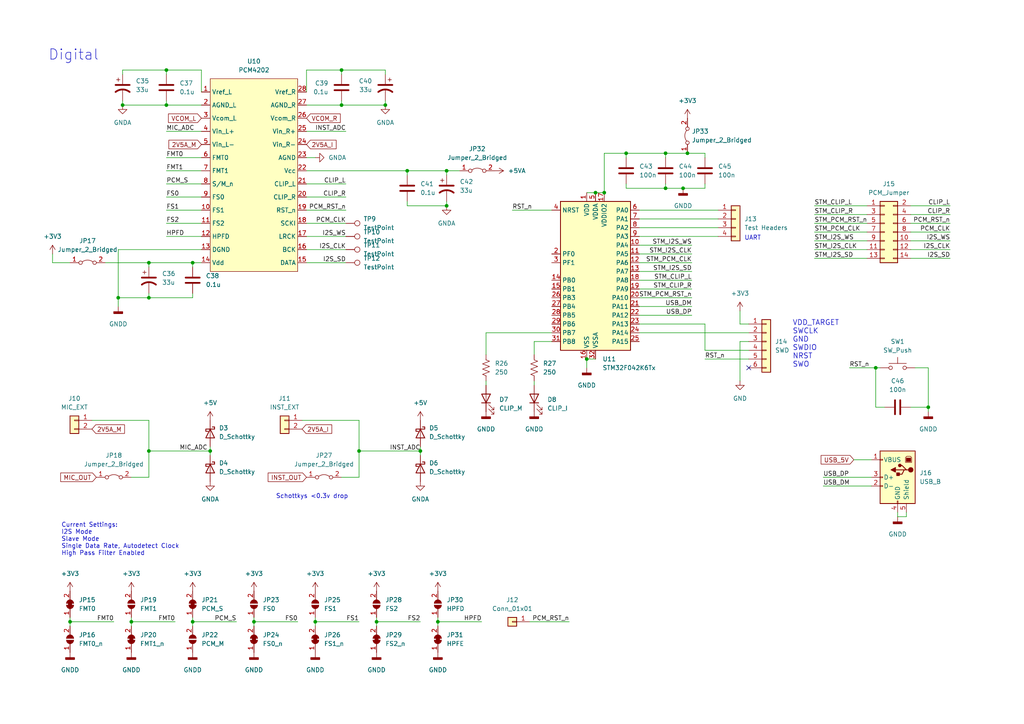
<source format=kicad_sch>
(kicad_sch (version 20211123) (generator eeschema)
  (paper "A4")
  (lib_symbols
    (symbol "Connector:TestPoint" (pin_numbers hide) (pin_names (offset 0.762) hide)
      (property "Reference" "TP" (at 0 6.858 0))
      (property "Value" "TestPoint" (at 0 5.08 0))
      (symbol "TestPoint_0_1"
        (circle (center 0 3.302) (radius 0.762))
      )
      (symbol "TestPoint_1_1"
        (pin passive line (at 0 0 90) (length 2.54) (name "1") (number "1"))
      )
    )
    (symbol "Connector:USB_B" (pin_names (offset 1.016))
      (property "Reference" "J" (at -5.08 11.43 0))
      (property "Value" "USB_B" (at -5.08 8.89 0))
      (symbol "USB_B_0_1"
        (rectangle (start -5.08 -7.62) (end 5.08 7.62) (stroke (width 0.254)) (fill (type background)))
        (circle (center -3.81 2.159) (radius 0.635) (stroke (width 0.254)) (fill (type outline)))
        (rectangle (start -3.81 5.588) (end -2.54 4.572) (fill (type outline)))
        (circle (center -0.635 3.429) (radius 0.381) (stroke (width 0.254)) (fill (type outline)))
        (rectangle (start -0.127 -7.62) (end 0.127 -6.858))
        (polyline (pts (xy -1.905 2.159) (xy 0.635 2.159)) (stroke (width 0.254)))
        (polyline (pts (xy -3.175 2.159) (xy -2.54 2.159) (xy -1.27 3.429) (xy -0.635 3.429)) (stroke (width 0.254)))
        (polyline (pts (xy -2.54 2.159) (xy -1.905 2.159) (xy -1.27 0.889) (xy 0 0.889)) (stroke (width 0.254)))
        (polyline (pts (xy 0.635 2.794) (xy 0.635 1.524) (xy 1.905 2.159) (xy 0.635 2.794)) (stroke (width 0.254)) (fill (type outline)))
        (polyline (pts (xy -4.064 4.318) (xy -2.286 4.318) (xy -2.286 5.715) (xy -2.667 6.096) (xy -3.683 6.096) (xy -4.064 5.715) (xy -4.064 4.318)))
        (rectangle (start 0.254 1.27) (end -0.508 0.508) (stroke (width 0.254)) (fill (type outline)))
        (rectangle (start 5.08 -2.667) (end 4.318 -2.413))
        (rectangle (start 5.08 -0.127) (end 4.318 0.127))
        (rectangle (start 5.08 4.953) (end 4.318 5.207))
      )
      (symbol "USB_B_1_1"
        (pin power_out line (at 7.62 5.08 180) (length 2.54) (name "VBUS") (number "1"))
        (pin bidirectional line (at 7.62 -2.54 180) (length 2.54) (name "D-") (number "2"))
        (pin bidirectional line (at 7.62 0 180) (length 2.54) (name "D+") (number "3"))
        (pin power_out line (at 0 -10.16 90) (length 2.54) (name "GND") (number "4"))
        (pin passive line (at -2.54 -10.16 90) (length 2.54) (name "Shield") (number "5"))
      )
    )
    (symbol "Connector_Generic:Conn_01x01" (pin_names (offset 1.016) hide)
      (property "Reference" "J" (at 0 2.54 0))
      (property "Value" "Conn_01x01" (at 0 -2.54 0))
      (symbol "Conn_01x01_1_1"
        (rectangle (start -1.27 0.127) (end 0 -0.127) (stroke (width 0.1524)))
        (rectangle (start -1.27 1.27) (end 1.27 -1.27) (stroke (width 0.254)) (fill (type background)))
        (pin passive line (at -5.08 0 0) (length 3.81) (name "Pin_1") (number "1"))
      )
    )
    (symbol "Connector_Generic:Conn_01x02" (pin_names (offset 1.016) hide)
      (property "Reference" "J" (at 0 2.54 0))
      (property "Value" "Conn_01x02" (at 0 -5.08 0))
      (symbol "Conn_01x02_1_1"
        (rectangle (start -1.27 -2.413) (end 0 -2.667) (stroke (width 0.1524)))
        (rectangle (start -1.27 0.127) (end 0 -0.127) (stroke (width 0.1524)))
        (rectangle (start -1.27 1.27) (end 1.27 -3.81) (stroke (width 0.254)) (fill (type background)))
        (pin passive line (at -5.08 0 0) (length 3.81) (name "Pin_1") (number "1"))
        (pin passive line (at -5.08 -2.54 0) (length 3.81) (name "Pin_2") (number "2"))
      )
    )
    (symbol "Connector_Generic:Conn_01x04" (pin_names (offset 1.016) hide)
      (property "Reference" "J" (at 0 5.08 0))
      (property "Value" "Conn_01x04" (at 0 -7.62 0))
      (symbol "Conn_01x04_1_1"
        (rectangle (start -1.27 -4.953) (end 0 -5.207) (stroke (width 0.1524)))
        (rectangle (start -1.27 -2.413) (end 0 -2.667) (stroke (width 0.1524)))
        (rectangle (start -1.27 0.127) (end 0 -0.127) (stroke (width 0.1524)))
        (rectangle (start -1.27 2.667) (end 0 2.413) (stroke (width 0.1524)))
        (rectangle (start -1.27 3.81) (end 1.27 -6.35) (stroke (width 0.254)) (fill (type background)))
        (pin passive line (at -5.08 2.54 0) (length 3.81) (name "Pin_1") (number "1"))
        (pin passive line (at -5.08 0 0) (length 3.81) (name "Pin_2") (number "2"))
        (pin passive line (at -5.08 -2.54 0) (length 3.81) (name "Pin_3") (number "3"))
        (pin passive line (at -5.08 -5.08 0) (length 3.81) (name "Pin_4") (number "4"))
      )
    )
    (symbol "Connector_Generic:Conn_01x06" (pin_names (offset 1.016) hide)
      (property "Reference" "J" (at 0 7.62 0))
      (property "Value" "Conn_01x06" (at 0 -10.16 0))
      (symbol "Conn_01x06_1_1"
        (rectangle (start -1.27 -7.493) (end 0 -7.747) (stroke (width 0.1524)))
        (rectangle (start -1.27 -4.953) (end 0 -5.207) (stroke (width 0.1524)))
        (rectangle (start -1.27 -2.413) (end 0 -2.667) (stroke (width 0.1524)))
        (rectangle (start -1.27 0.127) (end 0 -0.127) (stroke (width 0.1524)))
        (rectangle (start -1.27 2.667) (end 0 2.413) (stroke (width 0.1524)))
        (rectangle (start -1.27 5.207) (end 0 4.953) (stroke (width 0.1524)))
        (rectangle (start -1.27 6.35) (end 1.27 -8.89) (stroke (width 0.254)) (fill (type background)))
        (pin passive line (at -5.08 5.08 0) (length 3.81) (name "Pin_1") (number "1"))
        (pin passive line (at -5.08 2.54 0) (length 3.81) (name "Pin_2") (number "2"))
        (pin passive line (at -5.08 0 0) (length 3.81) (name "Pin_3") (number "3"))
        (pin passive line (at -5.08 -2.54 0) (length 3.81) (name "Pin_4") (number "4"))
        (pin passive line (at -5.08 -5.08 0) (length 3.81) (name "Pin_5") (number "5"))
        (pin passive line (at -5.08 -7.62 0) (length 3.81) (name "Pin_6") (number "6"))
      )
    )
    (symbol "Connector_Generic:Conn_02x07_Odd_Even" (pin_names (offset 1.016) hide)
      (property "Reference" "J" (at 1.27 10.16 0))
      (property "Value" "Conn_02x07_Odd_Even" (at 1.27 -10.16 0))
      (symbol "Conn_02x07_Odd_Even_1_1"
        (rectangle (start -1.27 -7.493) (end 0 -7.747) (stroke (width 0.1524)))
        (rectangle (start -1.27 -4.953) (end 0 -5.207) (stroke (width 0.1524)))
        (rectangle (start -1.27 -2.413) (end 0 -2.667) (stroke (width 0.1524)))
        (rectangle (start -1.27 0.127) (end 0 -0.127) (stroke (width 0.1524)))
        (rectangle (start -1.27 2.667) (end 0 2.413) (stroke (width 0.1524)))
        (rectangle (start -1.27 5.207) (end 0 4.953) (stroke (width 0.1524)))
        (rectangle (start -1.27 7.747) (end 0 7.493) (stroke (width 0.1524)))
        (rectangle (start -1.27 8.89) (end 3.81 -8.89) (stroke (width 0.254)) (fill (type background)))
        (rectangle (start 3.81 -7.493) (end 2.54 -7.747) (stroke (width 0.1524)))
        (rectangle (start 3.81 -4.953) (end 2.54 -5.207) (stroke (width 0.1524)))
        (rectangle (start 3.81 -2.413) (end 2.54 -2.667) (stroke (width 0.1524)))
        (rectangle (start 3.81 0.127) (end 2.54 -0.127) (stroke (width 0.1524)))
        (rectangle (start 3.81 2.667) (end 2.54 2.413) (stroke (width 0.1524)))
        (rectangle (start 3.81 5.207) (end 2.54 4.953) (stroke (width 0.1524)))
        (rectangle (start 3.81 7.747) (end 2.54 7.493) (stroke (width 0.1524)))
        (pin passive line (at -5.08 7.62 0) (length 3.81) (name "Pin_1") (number "1"))
        (pin passive line (at 7.62 -2.54 180) (length 3.81) (name "Pin_10") (number "10"))
        (pin passive line (at -5.08 -5.08 0) (length 3.81) (name "Pin_11") (number "11"))
        (pin passive line (at 7.62 -5.08 180) (length 3.81) (name "Pin_12") (number "12"))
        (pin passive line (at -5.08 -7.62 0) (length 3.81) (name "Pin_13") (number "13"))
        (pin passive line (at 7.62 -7.62 180) (length 3.81) (name "Pin_14") (number "14"))
        (pin passive line (at 7.62 7.62 180) (length 3.81) (name "Pin_2") (number "2"))
        (pin passive line (at -5.08 5.08 0) (length 3.81) (name "Pin_3") (number "3"))
        (pin passive line (at 7.62 5.08 180) (length 3.81) (name "Pin_4") (number "4"))
        (pin passive line (at -5.08 2.54 0) (length 3.81) (name "Pin_5") (number "5"))
        (pin passive line (at 7.62 2.54 180) (length 3.81) (name "Pin_6") (number "6"))
        (pin passive line (at -5.08 0 0) (length 3.81) (name "Pin_7") (number "7"))
        (pin passive line (at 7.62 0 180) (length 3.81) (name "Pin_8") (number "8"))
        (pin passive line (at -5.08 -2.54 0) (length 3.81) (name "Pin_9") (number "9"))
      )
    )
    (symbol "Customs:PCM4202"
      (property "Reference" "U" (at 0 0 0))
      (property "Value" "PCM4202" (at 0 -2.54 0))
      (symbol "PCM4202_0_1"
        (rectangle (start -12.7 25.4) (end 12.7 -30.48) (fill (type background)))
      )
      (symbol "PCM4202_1_1"
        (pin input line (at -15.24 21.59 0) (length 2.54) (name "Vref_L") (number "1"))
        (pin input line (at -15.24 -12.7 0) (length 2.54) (name "FS1") (number "10"))
        (pin input line (at -15.24 -16.51 0) (length 2.54) (name "FS2") (number "11"))
        (pin input line (at -15.24 -20.32 0) (length 2.54) (name "HPFD") (number "12"))
        (pin input line (at -15.24 -24.13 0) (length 2.54) (name "DGND") (number "13"))
        (pin input line (at -15.24 -27.94 0) (length 2.54) (name "Vdd") (number "14"))
        (pin input line (at 15.24 -27.94 180) (length 2.54) (name "DATA") (number "15"))
        (pin input line (at 15.24 -24.13 180) (length 2.54) (name "BCK") (number "16"))
        (pin input line (at 15.24 -20.32 180) (length 2.54) (name "LRCK") (number "17"))
        (pin input line (at 15.24 -16.51 180) (length 2.54) (name "SCKI") (number "18"))
        (pin input line (at 15.24 -12.7 180) (length 2.54) (name "RST_n") (number "19"))
        (pin input line (at -15.24 17.78 0) (length 2.54) (name "AGND_L") (number "2"))
        (pin input line (at 15.24 -8.89 180) (length 2.54) (name "CLIP_R") (number "20"))
        (pin input line (at 15.24 -5.08 180) (length 2.54) (name "CLIP_L") (number "21"))
        (pin input line (at 15.24 -1.27 180) (length 2.54) (name "Vcc") (number "22"))
        (pin input line (at 15.24 2.54 180) (length 2.54) (name "AGND") (number "23"))
        (pin input line (at 15.24 6.35 180) (length 2.54) (name "Vin_R-") (number "24"))
        (pin input line (at 15.24 10.16 180) (length 2.54) (name "Vin_R+") (number "25"))
        (pin input line (at 15.24 13.97 180) (length 2.54) (name "Vcom_R") (number "26"))
        (pin input line (at 15.24 17.78 180) (length 2.54) (name "AGND_R") (number "27"))
        (pin input line (at 15.24 21.59 180) (length 2.54) (name "Vref_R") (number "28"))
        (pin input line (at -15.24 13.97 0) (length 2.54) (name "Vcom_L") (number "3"))
        (pin input line (at -15.24 10.16 0) (length 2.54) (name "Vin_L+") (number "4"))
        (pin input line (at -15.24 6.35 0) (length 2.54) (name "Vin_L-") (number "5"))
        (pin input line (at -15.24 2.54 0) (length 2.54) (name "FMT0") (number "6"))
        (pin input line (at -15.24 -1.27 0) (length 2.54) (name "FMT1") (number "7"))
        (pin input line (at -15.24 -5.08 0) (length 2.54) (name "S/M_n") (number "8"))
        (pin input line (at -15.24 -8.89 0) (length 2.54) (name "FS0") (number "9"))
      )
    )
    (symbol "Device:C" (pin_numbers hide) (pin_names (offset 0.254))
      (property "Reference" "C" (at 0.635 2.54 0))
      (property "Value" "C" (at 0.635 -2.54 0))
      (symbol "C_0_1"
        (polyline (pts (xy -2.032 -0.762) (xy 2.032 -0.762)) (stroke (width 0.508)))
        (polyline (pts (xy -2.032 0.762) (xy 2.032 0.762)) (stroke (width 0.508)))
      )
      (symbol "C_1_1"
        (pin passive line (at 0 3.81 270) (length 2.794) (name "~") (number "1"))
        (pin passive line (at 0 -3.81 90) (length 2.794) (name "~") (number "2"))
      )
    )
    (symbol "Device:C_Polarized_US" (pin_numbers hide) (pin_names (offset 0.254) hide)
      (property "Reference" "C" (at 0.635 2.54 0))
      (property "Value" "C_Polarized_US" (at 0.635 -2.54 0))
      (symbol "C_Polarized_US_0_1"
        (polyline (pts (xy -2.032 0.762) (xy 2.032 0.762)) (stroke (width 0.508)))
        (polyline (pts (xy -1.778 2.286) (xy -0.762 2.286)))
        (polyline (pts (xy -1.27 1.778) (xy -1.27 2.794)))
        (arc (start 2.032 -1.27) (mid 0 -0.5572) (end -2.032 -1.27) (stroke (width 0.508)))
      )
      (symbol "C_Polarized_US_1_1"
        (pin passive line (at 0 3.81 270) (length 2.794) (name "~") (number "1"))
        (pin passive line (at 0 -3.81 90) (length 3.302) (name "~") (number "2"))
      )
    )
    (symbol "Device:D_Schottky" (pin_numbers hide) (pin_names (offset 1.016) hide)
      (property "Reference" "D" (at 0 2.54 0))
      (property "Value" "D_Schottky" (at 0 -2.54 0))
      (symbol "D_Schottky_0_1"
        (polyline (pts (xy 1.27 0) (xy -1.27 0)))
        (polyline (pts (xy 1.27 1.27) (xy 1.27 -1.27) (xy -1.27 0) (xy 1.27 1.27)) (stroke (width 0.254)))
        (polyline (pts (xy -1.905 0.635) (xy -1.905 1.27) (xy -1.27 1.27) (xy -1.27 -1.27) (xy -0.635 -1.27) (xy -0.635 -0.635)) (stroke (width 0.254)))
      )
      (symbol "D_Schottky_1_1"
        (pin passive line (at -3.81 0 0) (length 2.54) (name "K") (number "1"))
        (pin passive line (at 3.81 0 180) (length 2.54) (name "A") (number "2"))
      )
    )
    (symbol "Device:LED" (pin_numbers hide) (pin_names (offset 1.016) hide)
      (property "Reference" "D" (at 0 2.54 0))
      (property "Value" "LED" (at 0 -2.54 0))
      (symbol "LED_0_1"
        (polyline (pts (xy -1.27 -1.27) (xy -1.27 1.27)) (stroke (width 0.254)))
        (polyline (pts (xy -1.27 0) (xy 1.27 0)))
        (polyline (pts (xy 1.27 -1.27) (xy 1.27 1.27) (xy -1.27 0) (xy 1.27 -1.27)) (stroke (width 0.254)))
        (polyline (pts (xy -3.048 -0.762) (xy -4.572 -2.286) (xy -3.81 -2.286) (xy -4.572 -2.286) (xy -4.572 -1.524)))
        (polyline (pts (xy -1.778 -0.762) (xy -3.302 -2.286) (xy -2.54 -2.286) (xy -3.302 -2.286) (xy -3.302 -1.524)))
      )
      (symbol "LED_1_1"
        (pin passive line (at -3.81 0 0) (length 2.54) (name "K") (number "1"))
        (pin passive line (at 3.81 0 180) (length 2.54) (name "A") (number "2"))
      )
    )
    (symbol "Device:R_US" (pin_numbers hide) (pin_names (offset 0))
      (property "Reference" "R" (at 2.54 0 90))
      (property "Value" "R_US" (at -2.54 0 90))
      (symbol "R_US_0_1"
        (polyline (pts (xy 0 -2.286) (xy 0 -2.54)))
        (polyline (pts (xy 0 2.286) (xy 0 2.54)))
        (polyline (pts (xy 0 -0.762) (xy 1.016 -1.143) (xy 0 -1.524) (xy -1.016 -1.905) (xy 0 -2.286)))
        (polyline (pts (xy 0 0.762) (xy 1.016 0.381) (xy 0 0) (xy -1.016 -0.381) (xy 0 -0.762)))
        (polyline (pts (xy 0 2.286) (xy 1.016 1.905) (xy 0 1.524) (xy -1.016 1.143) (xy 0 0.762)))
      )
      (symbol "R_US_1_1"
        (pin passive line (at 0 3.81 270) (length 1.27) (name "~") (number "1"))
        (pin passive line (at 0 -3.81 90) (length 1.27) (name "~") (number "2"))
      )
    )
    (symbol "Jumper:Jumper_2_Bridged" (pin_names (offset 0) hide)
      (property "Reference" "JP" (at 0 1.905 0))
      (property "Value" "Jumper_2_Bridged" (at 0 -2.54 0))
      (symbol "Jumper_2_Bridged_0_0"
        (circle (center -2.032 0) (radius 0.508))
        (circle (center 2.032 0) (radius 0.508))
      )
      (symbol "Jumper_2_Bridged_0_1"
        (arc (start 1.524 0.254) (mid 0 0.762) (end -1.524 0.254))
      )
      (symbol "Jumper_2_Bridged_1_1"
        (pin passive line (at -5.08 0 0) (length 2.54) (name "A") (number "1"))
        (pin passive line (at 5.08 0 180) (length 2.54) (name "B") (number "2"))
      )
    )
    (symbol "Jumper:SolderJumper_2_Bridged" (pin_names (offset 0) hide)
      (property "Reference" "JP" (at 0 2.032 0))
      (property "Value" "SolderJumper_2_Bridged" (at 0 -2.54 0))
      (symbol "SolderJumper_2_Bridged_0_1"
        (rectangle (start -0.508 0.508) (end 0.508 -0.508) (fill (type outline)))
        (arc (start -0.254 1.016) (mid -1.27 0) (end -0.254 -1.016))
        (arc (start -0.254 1.016) (mid -1.27 0) (end -0.254 -1.016) (fill (type outline)))
        (polyline (pts (xy -0.254 1.016) (xy -0.254 -1.016)))
        (polyline (pts (xy 0.254 1.016) (xy 0.254 -1.016)))
        (arc (start 0.254 -1.016) (mid 1.27 0) (end 0.254 1.016))
        (arc (start 0.254 -1.016) (mid 1.27 0) (end 0.254 1.016) (fill (type outline)))
      )
      (symbol "SolderJumper_2_Bridged_1_1"
        (pin passive line (at -3.81 0 0) (length 2.54) (name "A") (number "1"))
        (pin passive line (at 3.81 0 180) (length 2.54) (name "B") (number "2"))
      )
    )
    (symbol "Jumper:SolderJumper_2_Open" (pin_names (offset 0) hide)
      (property "Reference" "JP" (at 0 2.032 0))
      (property "Value" "SolderJumper_2_Open" (at 0 -2.54 0))
      (symbol "SolderJumper_2_Open_0_1"
        (arc (start -0.254 1.016) (mid -1.27 0) (end -0.254 -1.016))
        (arc (start -0.254 1.016) (mid -1.27 0) (end -0.254 -1.016) (fill (type outline)))
        (polyline (pts (xy -0.254 1.016) (xy -0.254 -1.016)))
        (polyline (pts (xy 0.254 1.016) (xy 0.254 -1.016)))
        (arc (start 0.254 -1.016) (mid 1.27 0) (end 0.254 1.016))
        (arc (start 0.254 -1.016) (mid 1.27 0) (end 0.254 1.016) (fill (type outline)))
      )
      (symbol "SolderJumper_2_Open_1_1"
        (pin passive line (at -3.81 0 0) (length 2.54) (name "A") (number "1"))
        (pin passive line (at 3.81 0 180) (length 2.54) (name "B") (number "2"))
      )
    )
    (symbol "MCU_ST_STM32F0:STM32F042K6Tx"
      (property "Reference" "U" (at -10.16 21.59 0))
      (property "Value" "STM32F042K6Tx" (at 5.08 21.59 0))
      (symbol "STM32F042K6Tx_0_1"
        (rectangle (start -10.16 -22.86) (end 10.16 20.32) (stroke (width 0.254)) (fill (type background)))
      )
      (symbol "STM32F042K6Tx_1_1"
        (pin power_in line (at -2.54 22.86 270) (length 2.54) (name "VDD") (number "1"))
        (pin bidirectional line (at 12.7 7.62 180) (length 2.54) (name "PA4") (number "10"))
        (pin bidirectional line (at 12.7 5.08 180) (length 2.54) (name "PA5") (number "11"))
        (pin bidirectional line (at 12.7 2.54 180) (length 2.54) (name "PA6") (number "12"))
        (pin bidirectional line (at 12.7 0 180) (length 2.54) (name "PA7") (number "13"))
        (pin bidirectional line (at -12.7 -2.54 0) (length 2.54) (name "PB0") (number "14"))
        (pin bidirectional line (at -12.7 -5.08 0) (length 2.54) (name "PB1") (number "15"))
        (pin power_in line (at -2.54 -25.4 90) (length 2.54) (name "VSS") (number "16"))
        (pin power_in line (at 2.54 22.86 270) (length 2.54) (name "VDDIO2") (number "17"))
        (pin bidirectional line (at 12.7 -2.54 180) (length 2.54) (name "PA8") (number "18"))
        (pin bidirectional line (at 12.7 -5.08 180) (length 2.54) (name "PA9") (number "19"))
        (pin input line (at -12.7 5.08 0) (length 2.54) (name "PF0") (number "2"))
        (pin bidirectional line (at 12.7 -7.62 180) (length 2.54) (name "PA10") (number "20"))
        (pin bidirectional line (at 12.7 -10.16 180) (length 2.54) (name "PA11") (number "21"))
        (pin bidirectional line (at 12.7 -12.7 180) (length 2.54) (name "PA12") (number "22"))
        (pin bidirectional line (at 12.7 -15.24 180) (length 2.54) (name "PA13") (number "23"))
        (pin bidirectional line (at 12.7 -17.78 180) (length 2.54) (name "PA14") (number "24"))
        (pin bidirectional line (at 12.7 -20.32 180) (length 2.54) (name "PA15") (number "25"))
        (pin bidirectional line (at -12.7 -7.62 0) (length 2.54) (name "PB3") (number "26"))
        (pin bidirectional line (at -12.7 -10.16 0) (length 2.54) (name "PB4") (number "27"))
        (pin bidirectional line (at -12.7 -12.7 0) (length 2.54) (name "PB5") (number "28"))
        (pin bidirectional line (at -12.7 -15.24 0) (length 2.54) (name "PB6") (number "29"))
        (pin input line (at -12.7 2.54 0) (length 2.54) (name "PF1") (number "3"))
        (pin bidirectional line (at -12.7 -17.78 0) (length 2.54) (name "PB7") (number "30"))
        (pin bidirectional line (at -12.7 -20.32 0) (length 2.54) (name "PB8") (number "31"))
        (pin power_in line (at 0 -25.4 90) (length 2.54) (name "VSSA") (number "32"))
        (pin input line (at -12.7 17.78 0) (length 2.54) (name "NRST") (number "4"))
        (pin power_in line (at 0 22.86 270) (length 2.54) (name "VDDA") (number "5"))
        (pin bidirectional line (at 12.7 17.78 180) (length 2.54) (name "PA0") (number "6"))
        (pin bidirectional line (at 12.7 15.24 180) (length 2.54) (name "PA1") (number "7"))
        (pin bidirectional line (at 12.7 12.7 180) (length 2.54) (name "PA2") (number "8"))
        (pin bidirectional line (at 12.7 10.16 180) (length 2.54) (name "PA3") (number "9"))
      )
    )
    (symbol "Switch:SW_Push" (pin_numbers hide) (pin_names (offset 1.016) hide)
      (property "Reference" "SW" (at 1.27 2.54 0))
      (property "Value" "SW_Push" (at 0 -1.524 0))
      (symbol "SW_Push_0_1"
        (circle (center -2.032 0) (radius 0.508))
        (polyline (pts (xy 0 1.27) (xy 0 3.048)))
        (polyline (pts (xy 2.54 1.27) (xy -2.54 1.27)))
        (circle (center 2.032 0) (radius 0.508))
        (pin passive line (at -5.08 0 0) (length 2.54) (name "1") (number "1"))
        (pin passive line (at 5.08 0 180) (length 2.54) (name "2") (number "2"))
      )
    )
    (symbol "power:+3.3V" (power) (pin_names (offset 0))
      (property "Value" "+3.3V" (at 0 3.556 0))
      (symbol "+3.3V_0_1"
        (polyline (pts (xy -0.762 1.27) (xy 0 2.54)))
        (polyline (pts (xy 0 0) (xy 0 2.54)))
        (polyline (pts (xy 0 2.54) (xy 0.762 1.27)))
      )
      (symbol "+3.3V_1_1"
        (pin power_in line (at 0 0 90) (length 0) hide (name "+3V3") (number "1"))
      )
    )
    (symbol "power:+5V" (power) (pin_names (offset 0))
      (property "Value" "+5V" (at 0 3.556 0))
      (symbol "+5V_0_1"
        (polyline (pts (xy -0.762 1.27) (xy 0 2.54)))
        (polyline (pts (xy 0 0) (xy 0 2.54)))
        (polyline (pts (xy 0 2.54) (xy 0.762 1.27)))
      )
      (symbol "+5V_1_1"
        (pin power_in line (at 0 0 90) (length 0) hide (name "+5V") (number "1"))
      )
    )
    (symbol "power:+5VA" (power) (pin_names (offset 0))
      (property "Value" "+5VA" (at 0 3.556 0))
      (symbol "+5VA_0_1"
        (polyline (pts (xy -0.762 1.27) (xy 0 2.54)))
        (polyline (pts (xy 0 0) (xy 0 2.54)))
        (polyline (pts (xy 0 2.54) (xy 0.762 1.27)))
      )
      (symbol "+5VA_1_1"
        (pin power_in line (at 0 0 90) (length 0) hide (name "+5VA") (number "1"))
      )
    )
    (symbol "power:GND" (power) (pin_names (offset 0))
      (property "Value" "GND" (at 0 -3.81 0))
      (symbol "GND_0_1"
        (polyline (pts (xy 0 0) (xy 0 -1.27) (xy 1.27 -1.27) (xy 0 -2.54) (xy -1.27 -1.27) (xy 0 -1.27)))
      )
      (symbol "GND_1_1"
        (pin power_in line (at 0 0 270) (length 0) hide (name "GND") (number "1"))
      )
    )
    (symbol "power:GNDA" (power) (pin_names (offset 0))
      (property "Value" "GNDA" (at 0 -3.81 0))
      (symbol "GNDA_0_1"
        (polyline (pts (xy 0 0) (xy 0 -1.27) (xy 1.27 -1.27) (xy 0 -2.54) (xy -1.27 -1.27) (xy 0 -1.27)))
      )
      (symbol "GNDA_1_1"
        (pin power_in line (at 0 0 270) (length 0) hide (name "GNDA") (number "1"))
      )
    )
    (symbol "power:GNDD" (power) (pin_names (offset 0))
      (property "Value" "GNDD" (at 0 -3.175 0))
      (symbol "GNDD_0_1"
        (rectangle (start -1.27 -1.524) (end 1.27 -2.032) (stroke (width 0.254)) (fill (type outline)))
        (polyline (pts (xy 0 0) (xy 0 -1.524)))
      )
      (symbol "GNDD_1_1"
        (pin power_in line (at 0 0 270) (length 0) hide (name "GNDD") (number "1"))
      )
    )
  )
  (junction (at 55.88 180.34))
  (junction (at 199.39 44.45))
  (junction (at 43.18 86.36))
  (junction (at 109.22 180.34))
  (junction (at 172.72 55.88))
  (junction (at 20.32 180.34))
  (junction (at 181.61 44.45))
  (junction (at 193.04 44.45))
  (junction (at 193.04 54.61))
  (junction (at 254 106.68))
  (junction (at 129.54 49.53))
  (junction (at 99.06 20.32))
  (junction (at 111.76 30.48))
  (junction (at 170.18 104.14))
  (junction (at 198.12 54.61))
  (junction (at 34.29 86.36))
  (junction (at 35.56 30.48))
  (junction (at 48.26 30.48))
  (junction (at 121.92 130.81))
  (junction (at 127 180.34))
  (junction (at 55.88 76.2))
  (junction (at 129.54 59.69))
  (junction (at 60.96 130.81))
  (junction (at 43.18 130.81))
  (junction (at 175.26 55.88))
  (junction (at 118.11 49.53))
  (junction (at 48.26 20.32))
  (junction (at 99.06 30.48))
  (junction (at 73.66 180.34))
  (junction (at 38.1 180.34))
  (junction (at 43.18 76.2))
  (junction (at 104.14 130.81))
  (junction (at 269.24 118.11))
  (junction (at 91.44 180.34))
  (no_connect (at 217.17 106.68))
  (wire (pts (xy 48.26 57.15) (xy 58.42 57.15)))
  (wire (pts (xy 48.26 68.58) (xy 58.42 68.58)))
  (wire (pts (xy 87.63 121.92) (xy 104.14 121.92)))
  (wire (pts (xy 104.14 130.81) (xy 104.14 138.43)))
  (wire (pts (xy 264.16 118.11) (xy 269.24 118.11)))
  (wire (pts (xy 99.06 20.32) (xy 99.06 21.59)))
  (wire (pts (xy 247.65 133.35) (xy 252.73 133.35)))
  (wire (pts (xy 264.16 69.85) (xy 275.59 69.85)))
  (wire (pts (xy 236.22 72.39) (xy 251.46 72.39)))
  (wire (pts (xy 264.16 74.93) (xy 275.59 74.93)))
  (wire (pts (xy 58.42 76.2) (xy 55.88 76.2)))
  (wire (pts (xy 251.46 62.23) (xy 236.22 62.23)))
  (wire (pts (xy 264.16 67.31) (xy 275.59 67.31)))
  (wire (pts (xy 185.42 81.28) (xy 200.66 81.28)))
  (wire (pts (xy 43.18 76.2) (xy 43.18 77.47)))
  (wire (pts (xy 88.9 57.15) (xy 100.33 57.15)))
  (wire (pts (xy 198.12 54.61) (xy 204.47 54.61)))
  (wire (pts (xy 55.88 86.36) (xy 55.88 85.09)))
  (wire (pts (xy 55.88 180.34) (xy 55.88 181.61)))
  (wire (pts (xy 38.1 181.61) (xy 38.1 180.34)))
  (wire (pts (xy 34.29 86.36) (xy 34.29 88.9)))
  (wire (pts (xy 217.17 99.06) (xy 214.63 99.06)))
  (wire (pts (xy 204.47 93.98) (xy 204.47 101.6)))
  (wire (pts (xy 121.92 130.81) (xy 121.92 132.08)))
  (wire (pts (xy 48.26 53.34) (xy 58.42 53.34)))
  (wire (pts (xy 256.54 118.11) (xy 254 118.11)))
  (wire (pts (xy 200.66 78.74) (xy 185.42 78.74)))
  (wire (pts (xy 26.67 121.92) (xy 43.18 121.92)))
  (wire (pts (xy 48.26 30.48) (xy 58.42 30.48)))
  (wire (pts (xy 38.1 180.34) (xy 50.8 180.34)))
  (wire (pts (xy 154.94 110.49) (xy 154.94 111.76)))
  (wire (pts (xy 48.26 38.1) (xy 58.42 38.1)))
  (wire (pts (xy 236.22 64.77) (xy 251.46 64.77)))
  (wire (pts (xy 181.61 44.45) (xy 175.26 44.45)))
  (wire (pts (xy 43.18 130.81) (xy 43.18 138.43)))
  (wire (pts (xy 58.42 26.67) (xy 58.42 20.32)))
  (wire (pts (xy 48.26 60.96) (xy 58.42 60.96)))
  (wire (pts (xy 34.29 86.36) (xy 43.18 86.36)))
  (wire (pts (xy 48.26 45.72) (xy 58.42 45.72)))
  (wire (pts (xy 260.35 149.86) (xy 260.35 148.59)))
  (wire (pts (xy 193.04 54.61) (xy 181.61 54.61)))
  (wire (pts (xy 269.24 106.68) (xy 265.43 106.68)))
  (wire (pts (xy 35.56 30.48) (xy 48.26 30.48)))
  (wire (pts (xy 185.42 71.12) (xy 200.66 71.12)))
  (wire (pts (xy 48.26 64.77) (xy 58.42 64.77)))
  (wire (pts (xy 170.18 104.14) (xy 170.18 106.68)))
  (wire (pts (xy 104.14 121.92) (xy 104.14 130.81)))
  (wire (pts (xy 193.04 44.45) (xy 181.61 44.45)))
  (wire (pts (xy 185.42 63.5) (xy 208.28 63.5)))
  (wire (pts (xy 91.44 179.07) (xy 91.44 180.34)))
  (wire (pts (xy 154.94 99.06) (xy 154.94 102.87)))
  (wire (pts (xy 30.48 76.2) (xy 43.18 76.2)))
  (wire (pts (xy 254 106.68) (xy 255.27 106.68)))
  (wire (pts (xy 127 181.61) (xy 127 180.34)))
  (wire (pts (xy 111.76 20.32) (xy 99.06 20.32)))
  (wire (pts (xy 88.9 38.1) (xy 100.33 38.1)))
  (wire (pts (xy 15.24 76.2) (xy 15.24 73.66)))
  (wire (pts (xy 43.18 121.92) (xy 43.18 130.81)))
  (wire (pts (xy 111.76 20.32) (xy 111.76 21.59)))
  (wire (pts (xy 262.89 149.86) (xy 260.35 149.86)))
  (wire (pts (xy 185.42 68.58) (xy 208.28 68.58)))
  (wire (pts (xy 73.66 180.34) (xy 86.36 180.34)))
  (wire (pts (xy 109.22 180.34) (xy 121.92 180.34)))
  (wire (pts (xy 264.16 59.69) (xy 275.59 59.69)))
  (wire (pts (xy 118.11 59.69) (xy 118.11 58.42)))
  (wire (pts (xy 35.56 20.32) (xy 35.56 21.59)))
  (wire (pts (xy 185.42 66.04) (xy 208.28 66.04)))
  (wire (pts (xy 48.26 49.53) (xy 58.42 49.53)))
  (wire (pts (xy 175.26 44.45) (xy 175.26 55.88)))
  (wire (pts (xy 238.76 140.97) (xy 252.73 140.97)))
  (wire (pts (xy 264.16 62.23) (xy 275.59 62.23)))
  (wire (pts (xy 193.04 54.61) (xy 198.12 54.61)))
  (wire (pts (xy 20.32 180.34) (xy 20.32 181.61)))
  (wire (pts (xy 88.9 60.96) (xy 100.33 60.96)))
  (wire (pts (xy 236.22 59.69) (xy 251.46 59.69)))
  (wire (pts (xy 111.76 29.21) (xy 111.76 30.48)))
  (wire (pts (xy 34.29 72.39) (xy 58.42 72.39)))
  (wire (pts (xy 193.04 44.45) (xy 193.04 45.72)))
  (wire (pts (xy 193.04 53.34) (xy 193.04 54.61)))
  (wire (pts (xy 185.42 76.2) (xy 200.66 76.2)))
  (wire (pts (xy 214.63 93.98) (xy 214.63 90.17)))
  (wire (pts (xy 185.42 88.9) (xy 200.66 88.9)))
  (wire (pts (xy 88.9 72.39) (xy 100.33 72.39)))
  (wire (pts (xy 88.9 76.2) (xy 100.33 76.2)))
  (wire (pts (xy 35.56 20.32) (xy 48.26 20.32)))
  (wire (pts (xy 127 180.34) (xy 139.7 180.34)))
  (wire (pts (xy 55.88 179.07) (xy 55.88 180.34)))
  (wire (pts (xy 73.66 181.61) (xy 73.66 180.34)))
  (wire (pts (xy 73.66 179.07) (xy 73.66 180.34)))
  (wire (pts (xy 60.96 130.81) (xy 60.96 132.08)))
  (wire (pts (xy 185.42 73.66) (xy 200.66 73.66)))
  (wire (pts (xy 88.9 53.34) (xy 100.33 53.34)))
  (wire (pts (xy 111.76 30.48) (xy 99.06 30.48)))
  (wire (pts (xy 254 118.11) (xy 254 106.68)))
  (wire (pts (xy 88.9 20.32) (xy 99.06 20.32)))
  (wire (pts (xy 269.24 118.11) (xy 269.24 106.68)))
  (wire (pts (xy 118.11 49.53) (xy 129.54 49.53)))
  (wire (pts (xy 204.47 53.34) (xy 204.47 54.61)))
  (wire (pts (xy 160.02 99.06) (xy 154.94 99.06)))
  (wire (pts (xy 262.89 148.59) (xy 262.89 149.86)))
  (wire (pts (xy 20.32 76.2) (xy 15.24 76.2)))
  (wire (pts (xy 55.88 76.2) (xy 55.88 77.47)))
  (wire (pts (xy 118.11 49.53) (xy 118.11 50.8)))
  (wire (pts (xy 88.9 68.58) (xy 100.33 68.58)))
  (wire (pts (xy 140.97 96.52) (xy 140.97 102.87)))
  (wire (pts (xy 88.9 45.72) (xy 91.44 45.72)))
  (wire (pts (xy 170.18 55.88) (xy 172.72 55.88)))
  (wire (pts (xy 236.22 67.31) (xy 251.46 67.31)))
  (wire (pts (xy 58.42 20.32) (xy 48.26 20.32)))
  (wire (pts (xy 185.42 86.36) (xy 200.66 86.36)))
  (wire (pts (xy 43.18 86.36) (xy 43.18 85.09)))
  (wire (pts (xy 236.22 74.93) (xy 251.46 74.93)))
  (wire (pts (xy 185.42 96.52) (xy 217.17 96.52)))
  (wire (pts (xy 236.22 69.85) (xy 251.46 69.85)))
  (wire (pts (xy 199.39 44.45) (xy 204.47 44.45)))
  (wire (pts (xy 217.17 93.98) (xy 214.63 93.98)))
  (wire (pts (xy 20.32 180.34) (xy 33.02 180.34)))
  (wire (pts (xy 91.44 181.61) (xy 91.44 180.34)))
  (wire (pts (xy 181.61 54.61) (xy 181.61 53.34)))
  (wire (pts (xy 34.29 72.39) (xy 34.29 86.36)))
  (wire (pts (xy 204.47 45.72) (xy 204.47 44.45)))
  (wire (pts (xy 99.06 29.21) (xy 99.06 30.48)))
  (wire (pts (xy 269.24 119.38) (xy 269.24 118.11)))
  (wire (pts (xy 118.11 59.69) (xy 129.54 59.69)))
  (wire (pts (xy 129.54 49.53) (xy 129.54 50.8)))
  (wire (pts (xy 48.26 29.21) (xy 48.26 30.48)))
  (wire (pts (xy 185.42 60.96) (xy 208.28 60.96)))
  (wire (pts (xy 185.42 91.44) (xy 200.66 91.44)))
  (wire (pts (xy 204.47 104.14) (xy 217.17 104.14)))
  (wire (pts (xy 121.92 129.54) (xy 121.92 130.81)))
  (wire (pts (xy 55.88 76.2) (xy 43.18 76.2)))
  (wire (pts (xy 43.18 138.43) (xy 38.1 138.43)))
  (wire (pts (xy 264.16 64.77) (xy 275.59 64.77)))
  (wire (pts (xy 264.16 72.39) (xy 275.59 72.39)))
  (wire (pts (xy 88.9 26.67) (xy 88.9 20.32)))
  (wire (pts (xy 91.44 180.34) (xy 104.14 180.34)))
  (wire (pts (xy 20.32 179.07) (xy 20.32 180.34)))
  (wire (pts (xy 43.18 86.36) (xy 55.88 86.36)))
  (wire (pts (xy 129.54 49.53) (xy 133.35 49.53)))
  (wire (pts (xy 55.88 180.34) (xy 68.58 180.34)))
  (wire (pts (xy 104.14 138.43) (xy 99.06 138.43)))
  (wire (pts (xy 204.47 101.6) (xy 217.17 101.6)))
  (wire (pts (xy 153.67 180.34) (xy 165.1 180.34)))
  (wire (pts (xy 172.72 55.88) (xy 175.26 55.88)))
  (wire (pts (xy 181.61 44.45) (xy 181.61 45.72)))
  (wire (pts (xy 193.04 44.45) (xy 199.39 44.45)))
  (wire (pts (xy 109.22 179.07) (xy 109.22 180.34)))
  (wire (pts (xy 214.63 99.06) (xy 214.63 110.49)))
  (wire (pts (xy 38.1 179.07) (xy 38.1 180.34)))
  (wire (pts (xy 109.22 181.61) (xy 109.22 180.34)))
  (wire (pts (xy 88.9 64.77) (xy 100.33 64.77)))
  (wire (pts (xy 140.97 110.49) (xy 140.97 111.76)))
  (wire (pts (xy 60.96 129.54) (xy 60.96 130.81)))
  (wire (pts (xy 185.42 93.98) (xy 204.47 93.98)))
  (wire (pts (xy 88.9 49.53) (xy 118.11 49.53)))
  (wire (pts (xy 160.02 96.52) (xy 140.97 96.52)))
  (wire (pts (xy 129.54 58.42) (xy 129.54 59.69)))
  (wire (pts (xy 43.18 130.81) (xy 60.96 130.81)))
  (wire (pts (xy 246.38 106.68) (xy 254 106.68)))
  (wire (pts (xy 185.42 83.82) (xy 200.66 83.82)))
  (wire (pts (xy 127 179.07) (xy 127 180.34)))
  (wire (pts (xy 148.59 60.96) (xy 160.02 60.96)))
  (wire (pts (xy 238.76 138.43) (xy 252.73 138.43)))
  (wire (pts (xy 104.14 130.81) (xy 121.92 130.81)))
  (wire (pts (xy 99.06 30.48) (xy 88.9 30.48)))
  (wire (pts (xy 48.26 20.32) (xy 48.26 21.59)))
  (wire (pts (xy 35.56 29.21) (xy 35.56 30.48)))
  (wire (pts (xy 170.18 104.14) (xy 172.72 104.14)))
  (text "Digital" (at 13.97 17.78 0) (effects (font (size 3 3)) (justify left bottom)))
  (text "Current Settings:\nI2S Mode\nSlave Mode\nSingle Data Rate, Autodetect Clock\nHigh Pass Filter Enabled" (at 17.78 161.29 0) (effects (font (size 1.27 1.27)) (justify left bottom)))
  (text "Schottkys <0.3v drop" (at 80.01 144.78 0) (effects (font (size 1.27 1.27)) (justify left bottom)))
  (text "VDD_TARGET\nSWCLK\nGND\nSWDIO\nNRST\nSWO" (at 229.87 106.68 0) (effects (font (size 1.5 1.5)) (justify left bottom)))
  (text "UART" (at 215.9 69.85 0) (effects (font (size 1.27 1.27)) (justify left bottom)))
  (label "I2S_CLK" (at 100.33 72.39 180))
  (label "HPFD" (at 48.26 68.58 0))
  (label "STM_I2S_CLK" (at 200.66 73.66 180))
  (label "USB_DM" (at 238.76 140.97 0))
  (label "RST_n" (at 204.47 104.14 0))
  (label "USB_DP" (at 238.76 138.43 0))
  (label "STM_PCM_RST_n" (at 200.66 86.36 180))
  (label "CLIP_R" (at 275.59 62.23 180))
  (label "RST_n" (at 246.38 106.68 0))
  (label "PCM_CLK" (at 275.59 67.31 180))
  (label "RST_n" (at 148.59 60.96 0))
  (label "PCM_S" (at 48.26 53.34 0))
  (label "STM_I2S_WS" (at 200.66 71.12 180))
  (label "STM_PCM_CLK" (at 200.66 76.2 180))
  (label "STM_CLIP_R" (at 236.22 62.23 0))
  (label "I2S_WS" (at 275.59 69.85 180))
  (label "PCM_RST_n" (at 275.59 64.77 180))
  (label "STM_I2S_SD" (at 200.66 78.74 180))
  (label "FS2" (at 48.26 64.77 0))
  (label "STM_I2S_SD" (at 236.22 74.93 0))
  (label "CLIP_R" (at 100.33 57.15 180))
  (label "MIC_ADC" (at 48.26 38.1 0))
  (label "PCM_RST_n" (at 165.1 180.34 180))
  (label "FS0" (at 86.36 180.34 180))
  (label "CLIP_L" (at 100.33 53.34 180))
  (label "STM_CLIP_L" (at 236.22 59.69 0))
  (label "INST_ADC" (at 113.03 130.81 0))
  (label "STM_I2S_CLK" (at 236.22 72.39 0))
  (label "FS0" (at 48.26 57.15 0))
  (label "FMT0" (at 48.26 45.72 0))
  (label "USB_DM" (at 200.66 88.9 180))
  (label "I2S_SD" (at 275.59 74.93 180))
  (label "I2S_SD" (at 100.33 76.2 180))
  (label "CLIP_L" (at 275.59 59.69 180))
  (label "PCM_CLK" (at 100.33 64.77 180))
  (label "FMT0" (at 50.8 180.34 180))
  (label "STM_PCM_RST_n" (at 236.22 64.77 0))
  (label "STM_CLIP_R" (at 200.66 83.82 180))
  (label "HPFD" (at 139.7 180.34 180))
  (label "FMT1" (at 48.26 49.53 0))
  (label "PCM_RST_n" (at 100.33 60.96 180))
  (label "USB_DP" (at 200.66 91.44 180))
  (label "FS1" (at 48.26 60.96 0))
  (label "PCM_S" (at 68.58 180.34 180))
  (label "FMT0" (at 33.02 180.34 180))
  (label "STM_CLIP_L" (at 200.66 81.28 180))
  (label "FS1" (at 104.14 180.34 180))
  (label "STM_I2S_WS" (at 236.22 69.85 0))
  (label "STM_PCM_CLK" (at 236.22 67.31 0))
  (label "INST_ADC" (at 100.33 38.1 180))
  (label "I2S_WS" (at 100.33 68.58 180))
  (label "MIC_ADC" (at 52.07 130.81 0))
  (label "FS2" (at 121.92 180.34 180))
  (label "I2S_CLK" (at 275.59 72.39 180))
  (global_label "VCOM_L" (shape input) (at 58.42 34.29 180) (property "Intersheet References" "${INTERSHEET_REFS}" (effects hide)))
  (global_label "2V5A_M" (shape input) (at 58.42 41.91 180) (property "Intersheet References" "${INTERSHEET_REFS}" (effects hide)))
  (global_label "2V5A_I" (shape input) (at 88.9 41.91 0) (property "Intersheet References" "${INTERSHEET_REFS}" (effects hide)))
  (global_label "2V5A_I" (shape input) (at 87.63 124.46 0) (property "Intersheet References" "${INTERSHEET_REFS}" (effects hide)))
  (global_label "INST_OUT" (shape input) (at 88.9 138.43 180) (property "Intersheet References" "${INTERSHEET_REFS}" (effects hide)))
  (global_label "MIC_OUT" (shape input) (at 27.94 138.43 180) (property "Intersheet References" "${INTERSHEET_REFS}" (effects hide)))
  (global_label "VCOM_R" (shape input) (at 88.9 34.29 0) (property "Intersheet References" "${INTERSHEET_REFS}" (effects hide)))
  (global_label "USB_5V" (shape input) (at 247.65 133.35 180) (property "Intersheet References" "${INTERSHEET_REFS}" (effects hide)))
  (global_label "2V5A_M" (shape input) (at 26.67 124.46 0) (property "Intersheet References" "${INTERSHEET_REFS}" (effects hide)))
  (symbol (lib_id "Jumper:Jumper_2_Bridged") (at 93.98 138.43 0) (unit 1)
    (property "Reference" "JP27" (at 93.98 132.08 0))
    (property "Value" "Jumper_2_Bridged" (at 93.98 134.62 0))
  )
  (symbol (lib_id "Device:C_Polarized_US") (at 129.54 54.61 0) (unit 1)
    (property "Reference" "C42" (at 133.35 52.7049 0) (effects (justify left)))
    (property "Value" "33u" (at 133.35 55.2449 0) (effects (justify left)))
  )
  (symbol (lib_id "power:+3.3V") (at 20.32 171.45 0) (unit 1)
    (property "Reference" "#PWR063" (effects hide))
    (property "Value" "+3.3V" (at 20.32 166.37 0))
  )
  (symbol (lib_id "power:+3.3V") (at 38.1 171.45 0) (unit 1)
    (property "Reference" "#PWR067" (effects hide))
    (property "Value" "+3.3V" (at 38.1 166.37 0))
  )
  (symbol (lib_id "power:GNDD") (at 34.29 88.9 0) (unit 1)
    (property "Reference" "#PWR065" (effects hide))
    (property "Value" "GNDD" (at 34.29 93.98 0))
  )
  (symbol (lib_id "power:+5V") (at 121.92 121.92 0) (unit 1)
    (property "Reference" "#PWR081" (effects hide))
    (property "Value" "+5V" (at 121.92 116.84 0))
  )
  (symbol (lib_id "Device:C_Polarized_US") (at 111.76 25.4 0) (mirror y) (unit 1)
    (property "Reference" "C40" (at 107.95 23.4949 0) (effects (justify left)))
    (property "Value" "33u" (at 107.95 26.0349 0) (effects (justify left)))
  )
  (symbol (lib_id "Connector_Generic:Conn_01x02") (at 82.55 121.92 0) (mirror y) (unit 1)
    (property "Reference" "J11" (at 82.55 115.57 0))
    (property "Value" "INST_EXT" (at 82.55 118.11 0))
  )
  (symbol (lib_id "Jumper:SolderJumper_2_Open") (at 38.1 175.26 90) (unit 1)
    (property "Reference" "JP19" (at 40.64 173.9899 90) (effects (justify right)))
    (property "Value" "FMT1" (at 40.64 176.5299 90) (effects (justify right)))
  )
  (symbol (lib_id "power:+3.3V") (at 109.22 171.45 0) (unit 1)
    (property "Reference" "#PWR078" (effects hide))
    (property "Value" "+3.3V" (at 109.22 166.37 0))
  )
  (symbol (lib_id "Jumper:Jumper_2_Bridged") (at 138.43 49.53 0) (unit 1)
    (property "Reference" "JP32" (at 138.43 43.18 0))
    (property "Value" "Jumper_2_Bridged" (at 138.43 45.72 0))
  )
  (symbol (lib_id "Customs:PCM4202") (at 73.66 48.26 0) (unit 1)
    (property "Reference" "U10" (at 73.66 17.78 0))
    (property "Value" "PCM4202" (at 73.66 20.32 0))
  )
  (symbol (lib_id "Jumper:SolderJumper_2_Bridged") (at 55.88 175.26 90) (unit 1)
    (property "Reference" "JP21" (at 58.42 173.9899 90) (effects (justify right)))
    (property "Value" "PCM_S" (at 58.42 176.5299 90) (effects (justify right)))
  )
  (symbol (lib_id "Device:D_Schottky") (at 121.92 135.89 270) (unit 1)
    (property "Reference" "D6" (at 124.46 134.3024 90) (effects (justify left)))
    (property "Value" "D_Schottky" (at 124.46 136.8424 90) (effects (justify left)))
  )
  (symbol (lib_id "Jumper:SolderJumper_2_Open") (at 20.32 185.42 90) (unit 1)
    (property "Reference" "JP16" (at 22.86 184.1499 90) (effects (justify right)))
    (property "Value" "FMT0_n" (at 22.86 186.6899 90) (effects (justify right)))
  )
  (symbol (lib_id "power:+3.3V") (at 127 171.45 0) (unit 1)
    (property "Reference" "#PWR083" (effects hide))
    (property "Value" "+3.3V" (at 127 166.37 0))
  )
  (symbol (lib_id "Jumper:Jumper_2_Bridged") (at 33.02 138.43 0) (unit 1)
    (property "Reference" "JP18" (at 33.02 132.08 0))
    (property "Value" "Jumper_2_Bridged" (at 33.02 134.62 0))
  )
  (symbol (lib_id "power:GND") (at 214.63 110.49 0) (unit 1)
    (property "Reference" "#PWR093" (effects hide))
    (property "Value" "GND" (at 214.63 115.57 0))
  )
  (symbol (lib_id "Jumper:SolderJumper_2_Bridged") (at 91.44 185.42 90) (unit 1)
    (property "Reference" "JP26" (at 93.98 184.1499 90) (effects (justify right)))
    (property "Value" "FS1_n" (at 93.98 186.6899 90) (effects (justify right)))
  )
  (symbol (lib_id "power:GNDD") (at 269.24 119.38 0) (unit 1)
    (property "Reference" "#PWR095" (effects hide))
    (property "Value" "GNDD" (at 269.24 124.46 0))
  )
  (symbol (lib_id "power:GNDD") (at 109.22 189.23 0) (unit 1)
    (property "Reference" "#PWR079" (effects hide))
    (property "Value" "GNDD" (at 109.22 194.31 0))
  )
  (symbol (lib_id "Connector_Generic:Conn_01x01") (at 148.59 180.34 0) (mirror y) (unit 1)
    (property "Reference" "J12" (at 148.59 173.99 0))
    (property "Value" "Conn_01x01" (at 148.59 176.53 0))
  )
  (symbol (lib_id "power:GNDD") (at 38.1 189.23 0) (unit 1)
    (property "Reference" "#PWR068" (effects hide))
    (property "Value" "GNDD" (at 38.1 194.31 0))
  )
  (symbol (lib_id "Device:C_Polarized_US") (at 35.56 25.4 0) (unit 1)
    (property "Reference" "C35" (at 39.37 23.4949 0) (effects (justify left)))
    (property "Value" "33u" (at 39.37 26.0349 0) (effects (justify left)))
  )
  (symbol (lib_id "power:GNDD") (at 55.88 189.23 0) (unit 1)
    (property "Reference" "#PWR070" (effects hide))
    (property "Value" "GNDD" (at 55.88 194.31 0))
  )
  (symbol (lib_id "Connector_Generic:Conn_01x02") (at 21.59 121.92 0) (mirror y) (unit 1)
    (property "Reference" "J10" (at 21.59 115.57 0))
    (property "Value" "MIC_EXT" (at 21.59 118.11 0))
  )
  (symbol (lib_id "Connector:TestPoint") (at 100.33 76.2 270) (unit 1)
    (property "Reference" "TP12" (at 105.41 74.9299 90) (effects (justify left)))
    (property "Value" "TestPoint" (at 105.41 77.4699 90) (effects (justify left)))
  )
  (symbol (lib_id "Jumper:SolderJumper_2_Bridged") (at 109.22 185.42 90) (unit 1)
    (property "Reference" "JP29" (at 111.76 184.1499 90) (effects (justify right)))
    (property "Value" "FS2_n" (at 111.76 186.6899 90) (effects (justify right)))
  )
  (symbol (lib_id "Jumper:SolderJumper_2_Open") (at 73.66 175.26 90) (unit 1)
    (property "Reference" "JP23" (at 76.2 173.9899 90) (effects (justify right)))
    (property "Value" "FS0" (at 76.2 176.5299 90) (effects (justify right)))
  )
  (symbol (lib_id "power:GNDA") (at 111.76 30.48 0) (unit 1)
    (property "Reference" "#PWR080" (effects hide))
    (property "Value" "GNDA" (at 111.76 35.56 0))
  )
  (symbol (lib_id "Device:LED") (at 140.97 115.57 90) (unit 1)
    (property "Reference" "D7" (at 144.78 115.8874 90) (effects (justify right)))
    (property "Value" "CLIP_M" (at 144.78 118.4274 90) (effects (justify right)))
  )
  (symbol (lib_id "Device:D_Schottky") (at 121.92 125.73 270) (unit 1)
    (property "Reference" "D5" (at 124.46 124.1424 90) (effects (justify left)))
    (property "Value" "D_Schottky" (at 124.46 126.6824 90) (effects (justify left)))
  )
  (symbol (lib_id "Jumper:SolderJumper_2_Bridged") (at 38.1 185.42 90) (unit 1)
    (property "Reference" "JP20" (at 40.64 184.1499 90) (effects (justify right)))
    (property "Value" "FMT1_n" (at 40.64 186.6899 90) (effects (justify right)))
  )
  (symbol (lib_id "Device:C") (at 204.47 49.53 0) (unit 1)
    (property "Reference" "C45" (at 208.28 48.2599 0) (effects (justify left)))
    (property "Value" "100n" (at 208.28 50.7999 0) (effects (justify left)))
  )
  (symbol (lib_id "Device:LED") (at 154.94 115.57 90) (unit 1)
    (property "Reference" "D8" (at 158.75 115.8874 90) (effects (justify right)))
    (property "Value" "CLIP_I" (at 158.75 118.4274 90) (effects (justify right)))
  )
  (symbol (lib_id "Device:C") (at 48.26 25.4 0) (unit 1)
    (property "Reference" "C37" (at 52.07 24.1299 0) (effects (justify left)))
    (property "Value" "0.1u" (at 52.07 26.6699 0) (effects (justify left)))
  )
  (symbol (lib_id "power:GNDA") (at 60.96 139.7 0) (unit 1)
    (property "Reference" "#PWR072" (effects hide))
    (property "Value" "GNDA" (at 60.96 144.78 0))
  )
  (symbol (lib_id "power:GNDD") (at 170.18 106.68 0) (unit 1)
    (property "Reference" "#PWR089" (effects hide))
    (property "Value" "GNDD" (at 170.18 111.76 0))
  )
  (symbol (lib_id "power:GNDD") (at 73.66 189.23 0) (unit 1)
    (property "Reference" "#PWR074" (effects hide))
    (property "Value" "GNDD" (at 73.66 194.31 0))
  )
  (symbol (lib_id "Device:C") (at 193.04 49.53 0) (unit 1)
    (property "Reference" "C44" (at 196.85 48.2599 0) (effects (justify left)))
    (property "Value" "100n" (at 196.85 50.7999 0) (effects (justify left)))
  )
  (symbol (lib_id "power:+3.3V") (at 199.39 34.29 0) (unit 1)
    (property "Reference" "#PWR091" (effects hide))
    (property "Value" "+3.3V" (at 199.39 29.21 0))
  )
  (symbol (lib_id "Device:D_Schottky") (at 60.96 125.73 270) (unit 1)
    (property "Reference" "D3" (at 63.5 124.1424 90) (effects (justify left)))
    (property "Value" "D_Schottky" (at 63.5 126.6824 90) (effects (justify left)))
  )
  (symbol (lib_id "power:GNDD") (at 140.97 119.38 0) (unit 1)
    (property "Reference" "#PWR086" (effects hide))
    (property "Value" "GNDD" (at 140.97 124.46 0))
  )
  (symbol (lib_id "Device:C_Polarized_US") (at 43.18 81.28 0) (unit 1)
    (property "Reference" "C36" (at 46.99 79.3749 0) (effects (justify left)))
    (property "Value" "33u" (at 46.99 81.9149 0) (effects (justify left)))
  )
  (symbol (lib_id "Jumper:SolderJumper_2_Bridged") (at 20.32 175.26 90) (unit 1)
    (property "Reference" "JP15" (at 22.86 173.9899 90) (effects (justify right)))
    (property "Value" "FMT0" (at 22.86 176.5299 90) (effects (justify right)))
  )
  (symbol (lib_id "power:+5V") (at 60.96 121.92 0) (unit 1)
    (property "Reference" "#PWR071" (effects hide))
    (property "Value" "+5V" (at 60.96 116.84 0))
  )
  (symbol (lib_id "MCU_ST_STM32F0:STM32F042K6Tx") (at 172.72 78.74 0) (unit 1)
    (property "Reference" "U11" (at 174.7394 104.14 0) (effects (justify left)))
    (property "Value" "STM32F042K6Tx" (at 174.7394 106.68 0) (effects (justify left)))
    (property "Footprint" "Package_QFP:LQFP-32_7x7mm_P0.8mm" (effects hide))
    (property "Datasheet" "http://www.st.com/st-web-ui/static/active/en/resource/technical/document/datasheet/DM00105814.pdf" (effects hide))
  )
  (symbol (lib_id "Jumper:SolderJumper_2_Open") (at 55.88 185.42 90) (unit 1)
    (property "Reference" "JP22" (at 58.42 184.1499 90) (effects (justify right)))
    (property "Value" "PCM_M" (at 58.42 186.6899 90) (effects (justify right)))
  )
  (symbol (lib_id "power:GNDA") (at 35.56 30.48 0) (unit 1)
    (property "Reference" "#PWR066" (effects hide))
    (property "Value" "GNDA" (at 35.56 35.56 0))
  )
  (symbol (lib_id "power:GNDD") (at 198.12 54.61 0) (unit 1)
    (property "Reference" "#PWR090" (effects hide))
    (property "Value" "GNDD" (at 198.12 59.69 0))
  )
  (symbol (lib_id "power:GNDD") (at 91.44 189.23 0) (unit 1)
    (property "Reference" "#PWR077" (effects hide))
    (property "Value" "GNDD" (at 91.44 194.31 0))
  )
  (symbol (lib_id "power:+3.3V") (at 73.66 171.45 0) (unit 1)
    (property "Reference" "#PWR073" (effects hide))
    (property "Value" "+3.3V" (at 73.66 166.37 0))
  )
  (symbol (lib_id "Jumper:SolderJumper_2_Open") (at 109.22 175.26 90) (unit 1)
    (property "Reference" "JP28" (at 111.76 173.9899 90) (effects (justify right)))
    (property "Value" "FS2" (at 111.76 176.5299 90) (effects (justify right)))
  )
  (symbol (lib_id "power:GNDD") (at 127 189.23 0) (unit 1)
    (property "Reference" "#PWR084" (effects hide))
    (property "Value" "GNDD" (at 127 194.31 0))
  )
  (symbol (lib_id "Device:C") (at 99.06 25.4 0) (mirror y) (unit 1)
    (property "Reference" "C39" (at 95.25 24.1299 0) (effects (justify left)))
    (property "Value" "0.1u" (at 95.25 26.6699 0) (effects (justify left)))
  )
  (symbol (lib_id "Connector:USB_B") (at 260.35 138.43 0) (mirror y) (unit 1)
    (property "Reference" "J16" (at 266.7 137.1599 0) (effects (justify right)))
    (property "Value" "USB_B" (at 266.7 139.6999 0) (effects (justify right)))
    (property "Datasheet" " ~" (effects hide))
  )
  (symbol (lib_id "Connector_Generic:Conn_02x07_Odd_Even") (at 256.54 67.31 0) (unit 1)
    (property "Reference" "J15" (at 257.81 53.34 0))
    (property "Value" "PCM_Jumper" (at 257.81 55.88 0))
  )
  (symbol (lib_id "Device:C") (at 181.61 49.53 0) (unit 1)
    (property "Reference" "C43" (at 185.42 48.2599 0) (effects (justify left)))
    (property "Value" "100n" (at 185.42 50.7999 0) (effects (justify left)))
  )
  (symbol (lib_id "Jumper:Jumper_2_Bridged") (at 199.39 39.37 90) (unit 1)
    (property "Reference" "JP33" (at 200.66 38.0999 90) (effects (justify right)))
    (property "Value" "Jumper_2_Bridged" (at 200.66 40.6399 90) (effects (justify right)))
  )
  (symbol (lib_id "power:GNDD") (at 154.94 119.38 0) (unit 1)
    (property "Reference" "#PWR088" (effects hide))
    (property "Value" "GNDD" (at 154.94 124.46 0))
  )
  (symbol (lib_id "Jumper:SolderJumper_2_Open") (at 91.44 175.26 90) (unit 1)
    (property "Reference" "JP25" (at 93.98 173.9899 90) (effects (justify right)))
    (property "Value" "FS1" (at 93.98 176.5299 90) (effects (justify right)))
  )
  (symbol (lib_id "Jumper:SolderJumper_2_Bridged") (at 127 185.42 90) (unit 1)
    (property "Reference" "JP31" (at 129.54 184.1499 90) (effects (justify right)))
    (property "Value" "HPFE" (at 129.54 186.6899 90) (effects (justify right)))
  )
  (symbol (lib_id "Connector:TestPoint") (at 100.33 72.39 270) (unit 1)
    (property "Reference" "TP11" (at 105.41 71.1199 90) (effects (justify left)))
    (property "Value" "TestPoint" (at 105.41 73.6599 90) (effects (justify left)))
  )
  (symbol (lib_id "Connector:TestPoint") (at 100.33 64.77 270) (unit 1)
    (property "Reference" "TP9" (at 105.41 63.4999 90) (effects (justify left)))
    (property "Value" "TestPoint" (at 105.41 66.0399 90) (effects (justify left)))
  )
  (symbol (lib_id "power:GNDA") (at 121.92 139.7 0) (unit 1)
    (property "Reference" "#PWR082" (effects hide))
    (property "Value" "GNDA" (at 121.92 144.78 0))
  )
  (symbol (lib_id "power:+3.3V") (at 91.44 171.45 0) (unit 1)
    (property "Reference" "#PWR076" (effects hide))
    (property "Value" "+3.3V" (at 91.44 166.37 0))
  )
  (symbol (lib_id "Device:C") (at 118.11 54.61 0) (unit 1)
    (property "Reference" "C41" (at 121.92 53.3399 0) (effects (justify left)))
    (property "Value" "0.1u" (at 121.92 55.8799 0) (effects (justify left)))
  )
  (symbol (lib_id "Jumper:SolderJumper_2_Bridged") (at 73.66 185.42 90) (unit 1)
    (property "Reference" "JP24" (at 76.2 184.1499 90) (effects (justify right)))
    (property "Value" "FS0_n" (at 76.2 186.6899 90) (effects (justify right)))
  )
  (symbol (lib_id "Connector_Generic:Conn_01x04") (at 213.36 63.5 0) (unit 1)
    (property "Reference" "J13" (at 215.9 63.4999 0) (effects (justify left)))
    (property "Value" "Test Headers" (at 215.9 66.0399 0) (effects (justify left)))
  )
  (symbol (lib_id "power:GNDA") (at 129.54 59.69 0) (unit 1)
    (property "Reference" "#PWR085" (effects hide))
    (property "Value" "GNDA" (at 129.54 64.77 0))
  )
  (symbol (lib_id "Switch:SW_Push") (at 260.35 106.68 0) (unit 1)
    (property "Reference" "SW1" (at 260.35 99.06 0))
    (property "Value" "SW_Push" (at 260.35 101.6 0))
  )
  (symbol (lib_id "Connector_Generic:Conn_01x06") (at 222.25 99.06 0) (unit 1)
    (property "Reference" "J14" (at 224.79 99.0599 0) (effects (justify left)))
    (property "Value" "SWD" (at 224.79 101.5999 0) (effects (justify left)))
  )
  (symbol (lib_id "Jumper:Jumper_2_Bridged") (at 25.4 76.2 0) (unit 1)
    (property "Reference" "JP17" (at 25.4 69.85 0))
    (property "Value" "Jumper_2_Bridged" (at 25.4 72.39 0))
  )
  (symbol (lib_id "Device:C") (at 55.88 81.28 0) (unit 1)
    (property "Reference" "C38" (at 59.69 80.0099 0) (effects (justify left)))
    (property "Value" "0.1u" (at 59.69 82.5499 0) (effects (justify left)))
  )
  (symbol (lib_id "Device:C") (at 260.35 118.11 90) (unit 1)
    (property "Reference" "C46" (at 260.35 110.49 90))
    (property "Value" "100n" (at 260.35 113.03 90))
  )
  (symbol (lib_id "Jumper:SolderJumper_2_Open") (at 127 175.26 90) (unit 1)
    (property "Reference" "JP30" (at 129.54 173.9899 90) (effects (justify right)))
    (property "Value" "HPFD" (at 129.54 176.5299 90) (effects (justify right)))
  )
  (symbol (lib_id "Device:R_US") (at 154.94 106.68 0) (unit 1)
    (property "Reference" "R27" (at 157.48 105.4099 0) (effects (justify left)))
    (property "Value" "250" (at 157.48 107.9499 0) (effects (justify left)))
  )
  (symbol (lib_id "power:+3.3V") (at 15.24 73.66 0) (unit 1)
    (property "Reference" "#PWR062" (effects hide))
    (property "Value" "+3.3V" (at 15.24 68.58 0))
  )
  (symbol (lib_id "power:GNDD") (at 260.35 149.86 0) (unit 1)
    (property "Reference" "#PWR094" (effects hide))
    (property "Value" "GNDD" (at 260.35 154.94 0))
  )
  (symbol (lib_id "Device:D_Schottky") (at 60.96 135.89 270) (unit 1)
    (property "Reference" "D4" (at 63.5 134.3024 90) (effects (justify left)))
    (property "Value" "D_Schottky" (at 63.5 136.8424 90) (effects (justify left)))
  )
  (symbol (lib_id "power:+5VA") (at 143.51 49.53 270) (unit 1)
    (property "Reference" "#PWR087" (effects hide))
    (property "Value" "+5VA" (at 147.32 49.5299 90) (effects (justify left)))
  )
  (symbol (lib_id "power:+3.3V") (at 214.63 90.17 0) (unit 1)
    (property "Reference" "#PWR092" (effects hide))
    (property "Value" "+3.3V" (at 214.63 85.09 0))
  )
  (symbol (lib_id "power:GNDA") (at 91.44 45.72 90) (unit 1)
    (property "Reference" "#PWR075" (effects hide))
    (property "Value" "GNDA" (at 95.25 45.7199 90) (effects (justify right)))
  )
  (symbol (lib_id "power:GNDD") (at 20.32 189.23 0) (unit 1)
    (property "Reference" "#PWR064" (effects hide))
    (property "Value" "GNDD" (at 20.32 194.31 0))
  )
  (symbol (lib_id "Connector:TestPoint") (at 100.33 68.58 270) (unit 1)
    (property "Reference" "TP10" (at 105.41 67.3099 90) (effects (justify left)))
    (property "Value" "TestPoint" (at 105.41 69.8499 90) (effects (justify left)))
  )
  (symbol (lib_id "Device:R_US") (at 140.97 106.68 0) (unit 1)
    (property "Reference" "R26" (at 143.51 105.4099 0) (effects (justify left)))
    (property "Value" "250" (at 143.51 107.9499 0) (effects (justify left)))
  )
  (symbol (lib_id "power:+3.3V") (at 55.88 171.45 0) (unit 1)
    (property "Reference" "#PWR069" (effects hide))
    (property "Value" "+3.3V" (at 55.88 166.37 0))
  )
)
</source>
